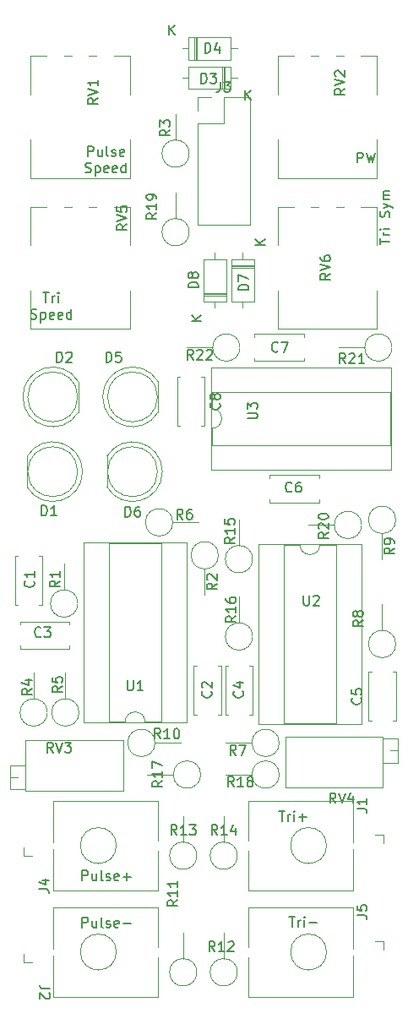
<source format=gbr>
G04 #@! TF.GenerationSoftware,KiCad,Pcbnew,(5.1.0)-1*
G04 #@! TF.CreationDate,2019-04-24T00:35:03-04:00*
G04 #@! TF.ProjectId,lfo,6c666f2e-6b69-4636-9164-5f7063625858,rev?*
G04 #@! TF.SameCoordinates,Original*
G04 #@! TF.FileFunction,Legend,Top*
G04 #@! TF.FilePolarity,Positive*
%FSLAX46Y46*%
G04 Gerber Fmt 4.6, Leading zero omitted, Abs format (unit mm)*
G04 Created by KiCad (PCBNEW (5.1.0)-1) date 2019-04-24 00:35:03*
%MOMM*%
%LPD*%
G04 APERTURE LIST*
%ADD10C,0.150000*%
%ADD11C,0.120000*%
G04 APERTURE END LIST*
D10*
X210867928Y-128341380D02*
X210867928Y-127341380D01*
X211248880Y-127341380D01*
X211344119Y-127389000D01*
X211391738Y-127436619D01*
X211439357Y-127531857D01*
X211439357Y-127674714D01*
X211391738Y-127769952D01*
X211344119Y-127817571D01*
X211248880Y-127865190D01*
X210867928Y-127865190D01*
X212296500Y-127674714D02*
X212296500Y-128341380D01*
X211867928Y-127674714D02*
X211867928Y-128198523D01*
X211915547Y-128293761D01*
X212010785Y-128341380D01*
X212153642Y-128341380D01*
X212248880Y-128293761D01*
X212296500Y-128246142D01*
X212915547Y-128341380D02*
X212820309Y-128293761D01*
X212772690Y-128198523D01*
X212772690Y-127341380D01*
X213248880Y-128293761D02*
X213344119Y-128341380D01*
X213534595Y-128341380D01*
X213629833Y-128293761D01*
X213677452Y-128198523D01*
X213677452Y-128150904D01*
X213629833Y-128055666D01*
X213534595Y-128008047D01*
X213391738Y-128008047D01*
X213296500Y-127960428D01*
X213248880Y-127865190D01*
X213248880Y-127817571D01*
X213296500Y-127722333D01*
X213391738Y-127674714D01*
X213534595Y-127674714D01*
X213629833Y-127722333D01*
X214486976Y-128293761D02*
X214391738Y-128341380D01*
X214201261Y-128341380D01*
X214106023Y-128293761D01*
X214058404Y-128198523D01*
X214058404Y-127817571D01*
X214106023Y-127722333D01*
X214201261Y-127674714D01*
X214391738Y-127674714D01*
X214486976Y-127722333D01*
X214534595Y-127817571D01*
X214534595Y-127912809D01*
X214058404Y-128008047D01*
X214963166Y-127960428D02*
X215725071Y-127960428D01*
X210867928Y-123642380D02*
X210867928Y-122642380D01*
X211248880Y-122642380D01*
X211344119Y-122690000D01*
X211391738Y-122737619D01*
X211439357Y-122832857D01*
X211439357Y-122975714D01*
X211391738Y-123070952D01*
X211344119Y-123118571D01*
X211248880Y-123166190D01*
X210867928Y-123166190D01*
X212296500Y-122975714D02*
X212296500Y-123642380D01*
X211867928Y-122975714D02*
X211867928Y-123499523D01*
X211915547Y-123594761D01*
X212010785Y-123642380D01*
X212153642Y-123642380D01*
X212248880Y-123594761D01*
X212296500Y-123547142D01*
X212915547Y-123642380D02*
X212820309Y-123594761D01*
X212772690Y-123499523D01*
X212772690Y-122642380D01*
X213248880Y-123594761D02*
X213344119Y-123642380D01*
X213534595Y-123642380D01*
X213629833Y-123594761D01*
X213677452Y-123499523D01*
X213677452Y-123451904D01*
X213629833Y-123356666D01*
X213534595Y-123309047D01*
X213391738Y-123309047D01*
X213296500Y-123261428D01*
X213248880Y-123166190D01*
X213248880Y-123118571D01*
X213296500Y-123023333D01*
X213391738Y-122975714D01*
X213534595Y-122975714D01*
X213629833Y-123023333D01*
X214486976Y-123594761D02*
X214391738Y-123642380D01*
X214201261Y-123642380D01*
X214106023Y-123594761D01*
X214058404Y-123499523D01*
X214058404Y-123118571D01*
X214106023Y-123023333D01*
X214201261Y-122975714D01*
X214391738Y-122975714D01*
X214486976Y-123023333D01*
X214534595Y-123118571D01*
X214534595Y-123213809D01*
X214058404Y-123309047D01*
X214963166Y-123261428D02*
X215725071Y-123261428D01*
X215344119Y-123642380D02*
X215344119Y-122880476D01*
X231592619Y-127277880D02*
X232164047Y-127277880D01*
X231878333Y-128277880D02*
X231878333Y-127277880D01*
X232497380Y-128277880D02*
X232497380Y-127611214D01*
X232497380Y-127801690D02*
X232545000Y-127706452D01*
X232592619Y-127658833D01*
X232687857Y-127611214D01*
X232783095Y-127611214D01*
X233116428Y-128277880D02*
X233116428Y-127611214D01*
X233116428Y-127277880D02*
X233068809Y-127325500D01*
X233116428Y-127373119D01*
X233164047Y-127325500D01*
X233116428Y-127277880D01*
X233116428Y-127373119D01*
X233592619Y-127896928D02*
X234354523Y-127896928D01*
X230576619Y-116673380D02*
X231148047Y-116673380D01*
X230862333Y-117673380D02*
X230862333Y-116673380D01*
X231481380Y-117673380D02*
X231481380Y-117006714D01*
X231481380Y-117197190D02*
X231529000Y-117101952D01*
X231576619Y-117054333D01*
X231671857Y-117006714D01*
X231767095Y-117006714D01*
X232100428Y-117673380D02*
X232100428Y-117006714D01*
X232100428Y-116673380D02*
X232052809Y-116721000D01*
X232100428Y-116768619D01*
X232148047Y-116721000D01*
X232100428Y-116673380D01*
X232100428Y-116768619D01*
X232576619Y-117292428D02*
X233338523Y-117292428D01*
X232957571Y-117673380D02*
X232957571Y-116911476D01*
X211423476Y-51062380D02*
X211423476Y-50062380D01*
X211804428Y-50062380D01*
X211899666Y-50110000D01*
X211947285Y-50157619D01*
X211994904Y-50252857D01*
X211994904Y-50395714D01*
X211947285Y-50490952D01*
X211899666Y-50538571D01*
X211804428Y-50586190D01*
X211423476Y-50586190D01*
X212852047Y-50395714D02*
X212852047Y-51062380D01*
X212423476Y-50395714D02*
X212423476Y-50919523D01*
X212471095Y-51014761D01*
X212566333Y-51062380D01*
X212709190Y-51062380D01*
X212804428Y-51014761D01*
X212852047Y-50967142D01*
X213471095Y-51062380D02*
X213375857Y-51014761D01*
X213328238Y-50919523D01*
X213328238Y-50062380D01*
X213804428Y-51014761D02*
X213899666Y-51062380D01*
X214090142Y-51062380D01*
X214185380Y-51014761D01*
X214233000Y-50919523D01*
X214233000Y-50871904D01*
X214185380Y-50776666D01*
X214090142Y-50729047D01*
X213947285Y-50729047D01*
X213852047Y-50681428D01*
X213804428Y-50586190D01*
X213804428Y-50538571D01*
X213852047Y-50443333D01*
X213947285Y-50395714D01*
X214090142Y-50395714D01*
X214185380Y-50443333D01*
X215042523Y-51014761D02*
X214947285Y-51062380D01*
X214756809Y-51062380D01*
X214661571Y-51014761D01*
X214613952Y-50919523D01*
X214613952Y-50538571D01*
X214661571Y-50443333D01*
X214756809Y-50395714D01*
X214947285Y-50395714D01*
X215042523Y-50443333D01*
X215090142Y-50538571D01*
X215090142Y-50633809D01*
X214613952Y-50729047D01*
X211185380Y-52664761D02*
X211328238Y-52712380D01*
X211566333Y-52712380D01*
X211661571Y-52664761D01*
X211709190Y-52617142D01*
X211756809Y-52521904D01*
X211756809Y-52426666D01*
X211709190Y-52331428D01*
X211661571Y-52283809D01*
X211566333Y-52236190D01*
X211375857Y-52188571D01*
X211280619Y-52140952D01*
X211233000Y-52093333D01*
X211185380Y-51998095D01*
X211185380Y-51902857D01*
X211233000Y-51807619D01*
X211280619Y-51760000D01*
X211375857Y-51712380D01*
X211613952Y-51712380D01*
X211756809Y-51760000D01*
X212185380Y-52045714D02*
X212185380Y-53045714D01*
X212185380Y-52093333D02*
X212280619Y-52045714D01*
X212471095Y-52045714D01*
X212566333Y-52093333D01*
X212613952Y-52140952D01*
X212661571Y-52236190D01*
X212661571Y-52521904D01*
X212613952Y-52617142D01*
X212566333Y-52664761D01*
X212471095Y-52712380D01*
X212280619Y-52712380D01*
X212185380Y-52664761D01*
X213471095Y-52664761D02*
X213375857Y-52712380D01*
X213185380Y-52712380D01*
X213090142Y-52664761D01*
X213042523Y-52569523D01*
X213042523Y-52188571D01*
X213090142Y-52093333D01*
X213185380Y-52045714D01*
X213375857Y-52045714D01*
X213471095Y-52093333D01*
X213518714Y-52188571D01*
X213518714Y-52283809D01*
X213042523Y-52379047D01*
X214328238Y-52664761D02*
X214233000Y-52712380D01*
X214042523Y-52712380D01*
X213947285Y-52664761D01*
X213899666Y-52569523D01*
X213899666Y-52188571D01*
X213947285Y-52093333D01*
X214042523Y-52045714D01*
X214233000Y-52045714D01*
X214328238Y-52093333D01*
X214375857Y-52188571D01*
X214375857Y-52283809D01*
X213899666Y-52379047D01*
X215233000Y-52712380D02*
X215233000Y-51712380D01*
X215233000Y-52664761D02*
X215137761Y-52712380D01*
X214947285Y-52712380D01*
X214852047Y-52664761D01*
X214804428Y-52617142D01*
X214756809Y-52521904D01*
X214756809Y-52236190D01*
X214804428Y-52140952D01*
X214852047Y-52093333D01*
X214947285Y-52045714D01*
X215137761Y-52045714D01*
X215233000Y-52093333D01*
X206938666Y-64730880D02*
X207510095Y-64730880D01*
X207224380Y-65730880D02*
X207224380Y-64730880D01*
X207843428Y-65730880D02*
X207843428Y-65064214D01*
X207843428Y-65254690D02*
X207891047Y-65159452D01*
X207938666Y-65111833D01*
X208033904Y-65064214D01*
X208129142Y-65064214D01*
X208462476Y-65730880D02*
X208462476Y-65064214D01*
X208462476Y-64730880D02*
X208414857Y-64778500D01*
X208462476Y-64826119D01*
X208510095Y-64778500D01*
X208462476Y-64730880D01*
X208462476Y-64826119D01*
X205724380Y-67333261D02*
X205867238Y-67380880D01*
X206105333Y-67380880D01*
X206200571Y-67333261D01*
X206248190Y-67285642D01*
X206295809Y-67190404D01*
X206295809Y-67095166D01*
X206248190Y-66999928D01*
X206200571Y-66952309D01*
X206105333Y-66904690D01*
X205914857Y-66857071D01*
X205819619Y-66809452D01*
X205772000Y-66761833D01*
X205724380Y-66666595D01*
X205724380Y-66571357D01*
X205772000Y-66476119D01*
X205819619Y-66428500D01*
X205914857Y-66380880D01*
X206152952Y-66380880D01*
X206295809Y-66428500D01*
X206724380Y-66714214D02*
X206724380Y-67714214D01*
X206724380Y-66761833D02*
X206819619Y-66714214D01*
X207010095Y-66714214D01*
X207105333Y-66761833D01*
X207152952Y-66809452D01*
X207200571Y-66904690D01*
X207200571Y-67190404D01*
X207152952Y-67285642D01*
X207105333Y-67333261D01*
X207010095Y-67380880D01*
X206819619Y-67380880D01*
X206724380Y-67333261D01*
X208010095Y-67333261D02*
X207914857Y-67380880D01*
X207724380Y-67380880D01*
X207629142Y-67333261D01*
X207581523Y-67238023D01*
X207581523Y-66857071D01*
X207629142Y-66761833D01*
X207724380Y-66714214D01*
X207914857Y-66714214D01*
X208010095Y-66761833D01*
X208057714Y-66857071D01*
X208057714Y-66952309D01*
X207581523Y-67047547D01*
X208867238Y-67333261D02*
X208772000Y-67380880D01*
X208581523Y-67380880D01*
X208486285Y-67333261D01*
X208438666Y-67238023D01*
X208438666Y-66857071D01*
X208486285Y-66761833D01*
X208581523Y-66714214D01*
X208772000Y-66714214D01*
X208867238Y-66761833D01*
X208914857Y-66857071D01*
X208914857Y-66952309D01*
X208438666Y-67047547D01*
X209772000Y-67380880D02*
X209772000Y-66380880D01*
X209772000Y-67333261D02*
X209676761Y-67380880D01*
X209486285Y-67380880D01*
X209391047Y-67333261D01*
X209343428Y-67285642D01*
X209295809Y-67190404D01*
X209295809Y-66904690D01*
X209343428Y-66809452D01*
X209391047Y-66761833D01*
X209486285Y-66714214D01*
X209676761Y-66714214D01*
X209772000Y-66761833D01*
X238434666Y-51696880D02*
X238434666Y-50696880D01*
X238815619Y-50696880D01*
X238910857Y-50744500D01*
X238958476Y-50792119D01*
X239006095Y-50887357D01*
X239006095Y-51030214D01*
X238958476Y-51125452D01*
X238910857Y-51173071D01*
X238815619Y-51220690D01*
X238434666Y-51220690D01*
X239339428Y-50696880D02*
X239577523Y-51696880D01*
X239768000Y-50982595D01*
X239958476Y-51696880D01*
X240196571Y-50696880D01*
X240688880Y-59888095D02*
X240688880Y-59316666D01*
X241688880Y-59602380D02*
X240688880Y-59602380D01*
X241688880Y-58983333D02*
X241022214Y-58983333D01*
X241212690Y-58983333D02*
X241117452Y-58935714D01*
X241069833Y-58888095D01*
X241022214Y-58792857D01*
X241022214Y-58697619D01*
X241688880Y-58364285D02*
X241022214Y-58364285D01*
X240688880Y-58364285D02*
X240736500Y-58411904D01*
X240784119Y-58364285D01*
X240736500Y-58316666D01*
X240688880Y-58364285D01*
X240784119Y-58364285D01*
X241641261Y-57173809D02*
X241688880Y-57030952D01*
X241688880Y-56792857D01*
X241641261Y-56697619D01*
X241593642Y-56650000D01*
X241498404Y-56602380D01*
X241403166Y-56602380D01*
X241307928Y-56650000D01*
X241260309Y-56697619D01*
X241212690Y-56792857D01*
X241165071Y-56983333D01*
X241117452Y-57078571D01*
X241069833Y-57126190D01*
X240974595Y-57173809D01*
X240879357Y-57173809D01*
X240784119Y-57126190D01*
X240736500Y-57078571D01*
X240688880Y-56983333D01*
X240688880Y-56745238D01*
X240736500Y-56602380D01*
X241022214Y-56269047D02*
X241688880Y-56030952D01*
X241022214Y-55792857D02*
X241688880Y-56030952D01*
X241926976Y-56126190D01*
X241974595Y-56173809D01*
X242022214Y-56269047D01*
X241688880Y-55411904D02*
X241022214Y-55411904D01*
X241117452Y-55411904D02*
X241069833Y-55364285D01*
X241022214Y-55269047D01*
X241022214Y-55126190D01*
X241069833Y-55030952D01*
X241165071Y-54983333D01*
X241688880Y-54983333D01*
X241165071Y-54983333D02*
X241069833Y-54935714D01*
X241022214Y-54840476D01*
X241022214Y-54697619D01*
X241069833Y-54602380D01*
X241165071Y-54554761D01*
X241688880Y-54554761D01*
D11*
X223781000Y-72203000D02*
X223781000Y-82483000D01*
X241801000Y-72203000D02*
X223781000Y-72203000D01*
X241801000Y-82483000D02*
X241801000Y-72203000D01*
X223781000Y-82483000D02*
X241801000Y-82483000D01*
X223841000Y-74693000D02*
X223841000Y-76343000D01*
X241741000Y-74693000D02*
X223841000Y-74693000D01*
X241741000Y-79993000D02*
X241741000Y-74693000D01*
X223841000Y-79993000D02*
X241741000Y-79993000D01*
X223841000Y-78343000D02*
X223841000Y-79993000D01*
X223841000Y-76343000D02*
G75*
G02X223841000Y-78343000I0J-1000000D01*
G01*
X240388000Y-68365000D02*
X230448000Y-68365000D01*
X232048000Y-56125000D02*
X230448000Y-56125000D01*
X234547000Y-56125000D02*
X233788000Y-56125000D01*
X237047000Y-56125000D02*
X236288000Y-56125000D01*
X240388000Y-56125000D02*
X238789000Y-56125000D01*
X230448000Y-64500000D02*
X230448000Y-68365000D01*
X230448000Y-56125000D02*
X230448000Y-59990000D01*
X240388000Y-64500000D02*
X240388000Y-68365000D01*
X240388000Y-56125000D02*
X240388000Y-59990000D01*
X215623000Y-68365000D02*
X205683000Y-68365000D01*
X207283000Y-56125000D02*
X205683000Y-56125000D01*
X209782000Y-56125000D02*
X209023000Y-56125000D01*
X212282000Y-56125000D02*
X211523000Y-56125000D01*
X215623000Y-56125000D02*
X214024000Y-56125000D01*
X205683000Y-64500000D02*
X205683000Y-68365000D01*
X205683000Y-56125000D02*
X205683000Y-59990000D01*
X215623000Y-64500000D02*
X215623000Y-68365000D01*
X215623000Y-56125000D02*
X215623000Y-59990000D01*
X223928000Y-70231000D02*
X221318000Y-70231000D01*
X226668000Y-70231000D02*
G75*
G03X226668000Y-70231000I-1370000J0D01*
G01*
X239168000Y-70231000D02*
X236558000Y-70231000D01*
X241908000Y-70231000D02*
G75*
G03X241908000Y-70231000I-1370000J0D01*
G01*
X236120000Y-88011000D02*
X233510000Y-88011000D01*
X238860000Y-88011000D02*
G75*
G03X238860000Y-88011000I-1370000J0D01*
G01*
X220218000Y-57304000D02*
X220218000Y-54694000D01*
X221588000Y-58674000D02*
G75*
G03X221588000Y-58674000I-1370000J0D01*
G01*
X223035000Y-65020000D02*
X225275000Y-65020000D01*
X223035000Y-64780000D02*
X225275000Y-64780000D01*
X223035000Y-64900000D02*
X225275000Y-64900000D01*
X224155000Y-60730000D02*
X224155000Y-61380000D01*
X224155000Y-66270000D02*
X224155000Y-65620000D01*
X223035000Y-61380000D02*
X223035000Y-65620000D01*
X225275000Y-61380000D02*
X223035000Y-61380000D01*
X225275000Y-65620000D02*
X225275000Y-61380000D01*
X223035000Y-65620000D02*
X225275000Y-65620000D01*
X228069000Y-61980000D02*
X225829000Y-61980000D01*
X228069000Y-62220000D02*
X225829000Y-62220000D01*
X228069000Y-62100000D02*
X225829000Y-62100000D01*
X226949000Y-66270000D02*
X226949000Y-65620000D01*
X226949000Y-60730000D02*
X226949000Y-61380000D01*
X228069000Y-65620000D02*
X228069000Y-61380000D01*
X225829000Y-65620000D02*
X228069000Y-65620000D01*
X225829000Y-61380000D02*
X225829000Y-65620000D01*
X228069000Y-61380000D02*
X225829000Y-61380000D01*
X218460000Y-76729000D02*
X218460000Y-73639000D01*
X218400000Y-75184000D02*
G75*
G03X218400000Y-75184000I-2500000J0D01*
G01*
X212910000Y-75184462D02*
G75*
G02X218460000Y-73639170I2990000J462D01*
G01*
X212910000Y-75183538D02*
G75*
G03X218460000Y-76728830I2990000J-462D01*
G01*
X213340000Y-81132000D02*
X213340000Y-84222000D01*
X218400000Y-82677000D02*
G75*
G03X218400000Y-82677000I-2500000J0D01*
G01*
X218890000Y-82676538D02*
G75*
G02X213340000Y-84221830I-2990000J-462D01*
G01*
X218890000Y-82677462D02*
G75*
G03X213340000Y-81132170I-2990000J462D01*
G01*
X220687000Y-78122000D02*
X220372000Y-78122000D01*
X223112000Y-78122000D02*
X222797000Y-78122000D01*
X220687000Y-73182000D02*
X220372000Y-73182000D01*
X223112000Y-73182000D02*
X222797000Y-73182000D01*
X220372000Y-73182000D02*
X220372000Y-78122000D01*
X223112000Y-73182000D02*
X223112000Y-78122000D01*
X233062000Y-71286000D02*
X233062000Y-71601000D01*
X233062000Y-68861000D02*
X233062000Y-69176000D01*
X228122000Y-71286000D02*
X228122000Y-71601000D01*
X228122000Y-68861000D02*
X228122000Y-69176000D01*
X228122000Y-71601000D02*
X233062000Y-71601000D01*
X228122000Y-68861000D02*
X233062000Y-68861000D01*
X234586000Y-85446500D02*
X234586000Y-85761500D01*
X234586000Y-83021500D02*
X234586000Y-83336500D01*
X229646000Y-85446500D02*
X229646000Y-85761500D01*
X229646000Y-83021500D02*
X229646000Y-83336500D01*
X229646000Y-85761500D02*
X234586000Y-85761500D01*
X229646000Y-83021500D02*
X234586000Y-83021500D01*
X227865000Y-113030000D02*
X225255000Y-113030000D01*
X230605000Y-113030000D02*
G75*
G03X230605000Y-113030000I-1370000J0D01*
G01*
X219991000Y-113030000D02*
X217381000Y-113030000D01*
X222731000Y-113030000D02*
G75*
G03X222731000Y-113030000I-1370000J0D01*
G01*
X226568000Y-97817000D02*
X226568000Y-95207000D01*
X227938000Y-99187000D02*
G75*
G03X227938000Y-99187000I-1370000J0D01*
G01*
X226568000Y-90070000D02*
X226568000Y-87460000D01*
X227938000Y-91440000D02*
G75*
G03X227938000Y-91440000I-1370000J0D01*
G01*
X241030000Y-129750000D02*
X241030000Y-130610000D01*
X241030000Y-129750000D02*
X240230000Y-129750000D01*
X235350000Y-130810000D02*
G75*
G03X235350000Y-130810000I-1800000J0D01*
G01*
X238050000Y-130460000D02*
X238050000Y-126310000D01*
X238050000Y-135310000D02*
X238050000Y-131160000D01*
X227550000Y-130310000D02*
X227550000Y-126310000D01*
X227550000Y-135310000D02*
X227550000Y-131310000D01*
X238050000Y-135310000D02*
X227550000Y-135310000D01*
X238050000Y-126310000D02*
X227550000Y-126310000D01*
X204994000Y-121202000D02*
X204994000Y-120342000D01*
X204994000Y-121202000D02*
X205794000Y-121202000D01*
X214274000Y-120142000D02*
G75*
G03X214274000Y-120142000I-1800000J0D01*
G01*
X207974000Y-120492000D02*
X207974000Y-124642000D01*
X207974000Y-115642000D02*
X207974000Y-119792000D01*
X218474000Y-120642000D02*
X218474000Y-124642000D01*
X218474000Y-115642000D02*
X218474000Y-119642000D01*
X207974000Y-115642000D02*
X218474000Y-115642000D01*
X207974000Y-124642000D02*
X218474000Y-124642000D01*
X242498000Y-110610000D02*
X241739000Y-110610000D01*
X240979000Y-111825000D02*
X240979000Y-109395000D01*
X242498000Y-111825000D02*
X242498000Y-109395000D01*
X242498000Y-109395000D02*
X240979000Y-109395000D01*
X242498000Y-111825000D02*
X240979000Y-111825000D01*
X231208000Y-114290000D02*
X231208000Y-109220000D01*
X240978000Y-114290000D02*
X240978000Y-109220000D01*
X240978000Y-109220000D02*
X231208000Y-109220000D01*
X240978000Y-114290000D02*
X231208000Y-114290000D01*
X203653000Y-113291000D02*
X204412000Y-113291000D01*
X205172000Y-112076000D02*
X205172000Y-114506000D01*
X203653000Y-112076000D02*
X203653000Y-114506000D01*
X203653000Y-114506000D02*
X205172000Y-114506000D01*
X203653000Y-112076000D02*
X205172000Y-112076000D01*
X214943000Y-109611000D02*
X214943000Y-114681000D01*
X205173000Y-109611000D02*
X205173000Y-114681000D01*
X205173000Y-114681000D02*
X214943000Y-114681000D01*
X205173000Y-109611000D02*
X214943000Y-109611000D01*
X238820000Y-89923000D02*
X228540000Y-89923000D01*
X238820000Y-107943000D02*
X238820000Y-89923000D01*
X228540000Y-107943000D02*
X238820000Y-107943000D01*
X228540000Y-89923000D02*
X228540000Y-107943000D01*
X236330000Y-89983000D02*
X234680000Y-89983000D01*
X236330000Y-107883000D02*
X236330000Y-89983000D01*
X231030000Y-107883000D02*
X236330000Y-107883000D01*
X231030000Y-89983000D02*
X231030000Y-107883000D01*
X232680000Y-89983000D02*
X231030000Y-89983000D01*
X234680000Y-89983000D02*
G75*
G02X232680000Y-89983000I-1000000J0D01*
G01*
X211014000Y-107816000D02*
X221294000Y-107816000D01*
X211014000Y-89796000D02*
X211014000Y-107816000D01*
X221294000Y-89796000D02*
X211014000Y-89796000D01*
X221294000Y-107816000D02*
X221294000Y-89796000D01*
X213504000Y-107756000D02*
X215154000Y-107756000D01*
X213504000Y-89856000D02*
X213504000Y-107756000D01*
X218804000Y-89856000D02*
X213504000Y-89856000D01*
X218804000Y-107756000D02*
X218804000Y-89856000D01*
X217154000Y-107756000D02*
X218804000Y-107756000D01*
X215154000Y-107756000D02*
G75*
G02X217154000Y-107756000I1000000J0D01*
G01*
X240388000Y-53252000D02*
X230448000Y-53252000D01*
X232048000Y-41012000D02*
X230448000Y-41012000D01*
X234547000Y-41012000D02*
X233788000Y-41012000D01*
X237047000Y-41012000D02*
X236288000Y-41012000D01*
X240388000Y-41012000D02*
X238789000Y-41012000D01*
X230448000Y-49387000D02*
X230448000Y-53252000D01*
X230448000Y-41012000D02*
X230448000Y-44877000D01*
X240388000Y-49387000D02*
X240388000Y-53252000D01*
X240388000Y-41012000D02*
X240388000Y-44877000D01*
X215623000Y-53252000D02*
X205683000Y-53252000D01*
X207283000Y-41012000D02*
X205683000Y-41012000D01*
X209782000Y-41012000D02*
X209023000Y-41012000D01*
X212282000Y-41012000D02*
X211523000Y-41012000D01*
X215623000Y-41012000D02*
X214024000Y-41012000D01*
X205683000Y-49387000D02*
X205683000Y-53252000D01*
X205683000Y-41012000D02*
X205683000Y-44877000D01*
X215623000Y-49387000D02*
X215623000Y-53252000D01*
X215623000Y-41012000D02*
X215623000Y-44877000D01*
X225044000Y-119788000D02*
X225044000Y-117178000D01*
X226414000Y-121158000D02*
G75*
G03X226414000Y-121158000I-1370000J0D01*
G01*
X220980000Y-119788000D02*
X220980000Y-117178000D01*
X222350000Y-121158000D02*
G75*
G03X222350000Y-121158000I-1370000J0D01*
G01*
X225044000Y-131472000D02*
X225044000Y-128862000D01*
X226414000Y-132842000D02*
G75*
G03X226414000Y-132842000I-1370000J0D01*
G01*
X220980000Y-131472000D02*
X220980000Y-128862000D01*
X222350000Y-132842000D02*
G75*
G03X222350000Y-132842000I-1370000J0D01*
G01*
X218159000Y-109855000D02*
X220769000Y-109855000D01*
X218159000Y-109855000D02*
G75*
G03X218159000Y-109855000I-1370000J0D01*
G01*
X240919000Y-88873000D02*
X240919000Y-91483000D01*
X242289000Y-87503000D02*
G75*
G03X242289000Y-87503000I-1370000J0D01*
G01*
X240919000Y-98579000D02*
X240919000Y-95969000D01*
X242289000Y-99949000D02*
G75*
G03X242289000Y-99949000I-1370000J0D01*
G01*
X227865000Y-109855000D02*
X225255000Y-109855000D01*
X230605000Y-109855000D02*
G75*
G03X230605000Y-109855000I-1370000J0D01*
G01*
X219937000Y-87757000D02*
X222547000Y-87757000D01*
X219937000Y-87757000D02*
G75*
G03X219937000Y-87757000I-1370000J0D01*
G01*
X209169000Y-105437000D02*
X209169000Y-102827000D01*
X210539000Y-106807000D02*
G75*
G03X210539000Y-106807000I-1370000J0D01*
G01*
X205994000Y-105437000D02*
X205994000Y-102827000D01*
X207364000Y-106807000D02*
G75*
G03X207364000Y-106807000I-1370000J0D01*
G01*
X220218000Y-49430000D02*
X220218000Y-46820000D01*
X221588000Y-50800000D02*
G75*
G03X221588000Y-50800000I-1370000J0D01*
G01*
X223139000Y-92429000D02*
X223139000Y-95039000D01*
X224509000Y-91059000D02*
G75*
G03X224509000Y-91059000I-1370000J0D01*
G01*
X209042000Y-94515000D02*
X209042000Y-91905000D01*
X210412000Y-95885000D02*
G75*
G03X210412000Y-95885000I-1370000J0D01*
G01*
X222444000Y-45152000D02*
X223774000Y-45152000D01*
X222444000Y-46482000D02*
X222444000Y-45152000D01*
X225044000Y-45152000D02*
X227644000Y-45152000D01*
X225044000Y-47752000D02*
X225044000Y-45152000D01*
X222444000Y-47752000D02*
X225044000Y-47752000D01*
X227644000Y-45152000D02*
X227644000Y-57972000D01*
X222444000Y-47752000D02*
X222444000Y-57972000D01*
X222444000Y-57972000D02*
X227644000Y-57972000D01*
X204994000Y-131870000D02*
X204994000Y-131010000D01*
X204994000Y-131870000D02*
X205794000Y-131870000D01*
X214274000Y-130810000D02*
G75*
G03X214274000Y-130810000I-1800000J0D01*
G01*
X207974000Y-131160000D02*
X207974000Y-135310000D01*
X207974000Y-126310000D02*
X207974000Y-130460000D01*
X218474000Y-131310000D02*
X218474000Y-135310000D01*
X218474000Y-126310000D02*
X218474000Y-130310000D01*
X207974000Y-126310000D02*
X218474000Y-126310000D01*
X207974000Y-135310000D02*
X218474000Y-135310000D01*
X241030000Y-119082000D02*
X241030000Y-119942000D01*
X241030000Y-119082000D02*
X240230000Y-119082000D01*
X235350000Y-120142000D02*
G75*
G03X235350000Y-120142000I-1800000J0D01*
G01*
X238050000Y-119792000D02*
X238050000Y-115642000D01*
X238050000Y-124642000D02*
X238050000Y-120492000D01*
X227550000Y-119642000D02*
X227550000Y-115642000D01*
X227550000Y-124642000D02*
X227550000Y-120642000D01*
X238050000Y-124642000D02*
X227550000Y-124642000D01*
X238050000Y-115642000D02*
X227550000Y-115642000D01*
X222127000Y-39139000D02*
X222127000Y-41379000D01*
X222367000Y-39139000D02*
X222367000Y-41379000D01*
X222247000Y-39139000D02*
X222247000Y-41379000D01*
X226417000Y-40259000D02*
X225767000Y-40259000D01*
X220877000Y-40259000D02*
X221527000Y-40259000D01*
X225767000Y-39139000D02*
X221527000Y-39139000D01*
X225767000Y-41379000D02*
X225767000Y-39139000D01*
X221527000Y-41379000D02*
X225767000Y-41379000D01*
X221527000Y-39139000D02*
X221527000Y-41379000D01*
X225167000Y-44300000D02*
X225167000Y-42060000D01*
X224927000Y-44300000D02*
X224927000Y-42060000D01*
X225047000Y-44300000D02*
X225047000Y-42060000D01*
X220877000Y-43180000D02*
X221527000Y-43180000D01*
X226417000Y-43180000D02*
X225767000Y-43180000D01*
X221527000Y-44300000D02*
X225767000Y-44300000D01*
X221527000Y-42060000D02*
X221527000Y-44300000D01*
X225767000Y-42060000D02*
X221527000Y-42060000D01*
X225767000Y-44300000D02*
X225767000Y-42060000D01*
X205339000Y-81132000D02*
X205339000Y-84222000D01*
X210399000Y-82677000D02*
G75*
G03X210399000Y-82677000I-2500000J0D01*
G01*
X210889000Y-82676538D02*
G75*
G02X205339000Y-84221830I-2990000J-462D01*
G01*
X210889000Y-82677462D02*
G75*
G03X205339000Y-81132170I-2990000J462D01*
G01*
X210459000Y-76729000D02*
X210459000Y-73639000D01*
X210399000Y-75184000D02*
G75*
G03X210399000Y-75184000I-2500000J0D01*
G01*
X204909000Y-75184462D02*
G75*
G02X210459000Y-73639170I2990000J462D01*
G01*
X204909000Y-75183538D02*
G75*
G03X210459000Y-76728830I2990000J-462D01*
G01*
X241974000Y-102726000D02*
X242289000Y-102726000D01*
X239549000Y-102726000D02*
X239864000Y-102726000D01*
X241974000Y-107666000D02*
X242289000Y-107666000D01*
X239549000Y-107666000D02*
X239864000Y-107666000D01*
X242289000Y-107666000D02*
X242289000Y-102726000D01*
X239549000Y-107666000D02*
X239549000Y-102726000D01*
X227623000Y-102091000D02*
X227938000Y-102091000D01*
X225198000Y-102091000D02*
X225513000Y-102091000D01*
X227623000Y-107031000D02*
X227938000Y-107031000D01*
X225198000Y-107031000D02*
X225513000Y-107031000D01*
X227938000Y-107031000D02*
X227938000Y-102091000D01*
X225198000Y-107031000D02*
X225198000Y-102091000D01*
X209567000Y-100115000D02*
X209567000Y-100430000D01*
X209567000Y-97690000D02*
X209567000Y-98005000D01*
X204627000Y-100115000D02*
X204627000Y-100430000D01*
X204627000Y-97690000D02*
X204627000Y-98005000D01*
X204627000Y-100430000D02*
X209567000Y-100430000D01*
X204627000Y-97690000D02*
X209567000Y-97690000D01*
X224448000Y-102091000D02*
X224763000Y-102091000D01*
X222023000Y-102091000D02*
X222338000Y-102091000D01*
X224448000Y-107031000D02*
X224763000Y-107031000D01*
X222023000Y-107031000D02*
X222338000Y-107031000D01*
X224763000Y-107031000D02*
X224763000Y-102091000D01*
X222023000Y-107031000D02*
X222023000Y-102091000D01*
X204431000Y-96029000D02*
X204116000Y-96029000D01*
X206856000Y-96029000D02*
X206541000Y-96029000D01*
X204431000Y-91089000D02*
X204116000Y-91089000D01*
X206856000Y-91089000D02*
X206541000Y-91089000D01*
X204116000Y-91089000D02*
X204116000Y-96029000D01*
X206856000Y-91089000D02*
X206856000Y-96029000D01*
D10*
X227417380Y-77342904D02*
X228226904Y-77342904D01*
X228322142Y-77295285D01*
X228369761Y-77247666D01*
X228417380Y-77152428D01*
X228417380Y-76961952D01*
X228369761Y-76866714D01*
X228322142Y-76819095D01*
X228226904Y-76771476D01*
X227417380Y-76771476D01*
X227417380Y-76390523D02*
X227417380Y-75771476D01*
X227798333Y-76104809D01*
X227798333Y-75961952D01*
X227845952Y-75866714D01*
X227893571Y-75819095D01*
X227988809Y-75771476D01*
X228226904Y-75771476D01*
X228322142Y-75819095D01*
X228369761Y-75866714D01*
X228417380Y-75961952D01*
X228417380Y-76247666D01*
X228369761Y-76342904D01*
X228322142Y-76390523D01*
X235719880Y-62825238D02*
X235243690Y-63158571D01*
X235719880Y-63396666D02*
X234719880Y-63396666D01*
X234719880Y-63015714D01*
X234767500Y-62920476D01*
X234815119Y-62872857D01*
X234910357Y-62825238D01*
X235053214Y-62825238D01*
X235148452Y-62872857D01*
X235196071Y-62920476D01*
X235243690Y-63015714D01*
X235243690Y-63396666D01*
X234719880Y-62539523D02*
X235719880Y-62206190D01*
X234719880Y-61872857D01*
X234719880Y-61110952D02*
X234719880Y-61301428D01*
X234767500Y-61396666D01*
X234815119Y-61444285D01*
X234957976Y-61539523D01*
X235148452Y-61587142D01*
X235529404Y-61587142D01*
X235624642Y-61539523D01*
X235672261Y-61491904D01*
X235719880Y-61396666D01*
X235719880Y-61206190D01*
X235672261Y-61110952D01*
X235624642Y-61063333D01*
X235529404Y-61015714D01*
X235291309Y-61015714D01*
X235196071Y-61063333D01*
X235148452Y-61110952D01*
X235100833Y-61206190D01*
X235100833Y-61396666D01*
X235148452Y-61491904D01*
X235196071Y-61539523D01*
X235291309Y-61587142D01*
X215336380Y-57872238D02*
X214860190Y-58205571D01*
X215336380Y-58443666D02*
X214336380Y-58443666D01*
X214336380Y-58062714D01*
X214384000Y-57967476D01*
X214431619Y-57919857D01*
X214526857Y-57872238D01*
X214669714Y-57872238D01*
X214764952Y-57919857D01*
X214812571Y-57967476D01*
X214860190Y-58062714D01*
X214860190Y-58443666D01*
X214336380Y-57586523D02*
X215336380Y-57253190D01*
X214336380Y-56919857D01*
X214336380Y-56110333D02*
X214336380Y-56586523D01*
X214812571Y-56634142D01*
X214764952Y-56586523D01*
X214717333Y-56491285D01*
X214717333Y-56253190D01*
X214764952Y-56157952D01*
X214812571Y-56110333D01*
X214907809Y-56062714D01*
X215145904Y-56062714D01*
X215241142Y-56110333D01*
X215288761Y-56157952D01*
X215336380Y-56253190D01*
X215336380Y-56491285D01*
X215288761Y-56586523D01*
X215241142Y-56634142D01*
X221988142Y-71445380D02*
X221654809Y-70969190D01*
X221416714Y-71445380D02*
X221416714Y-70445380D01*
X221797666Y-70445380D01*
X221892904Y-70493000D01*
X221940523Y-70540619D01*
X221988142Y-70635857D01*
X221988142Y-70778714D01*
X221940523Y-70873952D01*
X221892904Y-70921571D01*
X221797666Y-70969190D01*
X221416714Y-70969190D01*
X222369095Y-70540619D02*
X222416714Y-70493000D01*
X222511952Y-70445380D01*
X222750047Y-70445380D01*
X222845285Y-70493000D01*
X222892904Y-70540619D01*
X222940523Y-70635857D01*
X222940523Y-70731095D01*
X222892904Y-70873952D01*
X222321476Y-71445380D01*
X222940523Y-71445380D01*
X223321476Y-70540619D02*
X223369095Y-70493000D01*
X223464333Y-70445380D01*
X223702428Y-70445380D01*
X223797666Y-70493000D01*
X223845285Y-70540619D01*
X223892904Y-70635857D01*
X223892904Y-70731095D01*
X223845285Y-70873952D01*
X223273857Y-71445380D01*
X223892904Y-71445380D01*
X237228142Y-71826380D02*
X236894809Y-71350190D01*
X236656714Y-71826380D02*
X236656714Y-70826380D01*
X237037666Y-70826380D01*
X237132904Y-70874000D01*
X237180523Y-70921619D01*
X237228142Y-71016857D01*
X237228142Y-71159714D01*
X237180523Y-71254952D01*
X237132904Y-71302571D01*
X237037666Y-71350190D01*
X236656714Y-71350190D01*
X237609095Y-70921619D02*
X237656714Y-70874000D01*
X237751952Y-70826380D01*
X237990047Y-70826380D01*
X238085285Y-70874000D01*
X238132904Y-70921619D01*
X238180523Y-71016857D01*
X238180523Y-71112095D01*
X238132904Y-71254952D01*
X237561476Y-71826380D01*
X238180523Y-71826380D01*
X239132904Y-71826380D02*
X238561476Y-71826380D01*
X238847190Y-71826380D02*
X238847190Y-70826380D01*
X238751952Y-70969238D01*
X238656714Y-71064476D01*
X238561476Y-71112095D01*
X235529380Y-88780857D02*
X235053190Y-89114190D01*
X235529380Y-89352285D02*
X234529380Y-89352285D01*
X234529380Y-88971333D01*
X234577000Y-88876095D01*
X234624619Y-88828476D01*
X234719857Y-88780857D01*
X234862714Y-88780857D01*
X234957952Y-88828476D01*
X235005571Y-88876095D01*
X235053190Y-88971333D01*
X235053190Y-89352285D01*
X234624619Y-88399904D02*
X234577000Y-88352285D01*
X234529380Y-88257047D01*
X234529380Y-88018952D01*
X234577000Y-87923714D01*
X234624619Y-87876095D01*
X234719857Y-87828476D01*
X234815095Y-87828476D01*
X234957952Y-87876095D01*
X235529380Y-88447523D01*
X235529380Y-87828476D01*
X234529380Y-87209428D02*
X234529380Y-87114190D01*
X234577000Y-87018952D01*
X234624619Y-86971333D01*
X234719857Y-86923714D01*
X234910333Y-86876095D01*
X235148428Y-86876095D01*
X235338904Y-86923714D01*
X235434142Y-86971333D01*
X235481761Y-87018952D01*
X235529380Y-87114190D01*
X235529380Y-87209428D01*
X235481761Y-87304666D01*
X235434142Y-87352285D01*
X235338904Y-87399904D01*
X235148428Y-87447523D01*
X234910333Y-87447523D01*
X234719857Y-87399904D01*
X234624619Y-87352285D01*
X234577000Y-87304666D01*
X234529380Y-87209428D01*
X218300380Y-56776857D02*
X217824190Y-57110190D01*
X218300380Y-57348285D02*
X217300380Y-57348285D01*
X217300380Y-56967333D01*
X217348000Y-56872095D01*
X217395619Y-56824476D01*
X217490857Y-56776857D01*
X217633714Y-56776857D01*
X217728952Y-56824476D01*
X217776571Y-56872095D01*
X217824190Y-56967333D01*
X217824190Y-57348285D01*
X218300380Y-55824476D02*
X218300380Y-56395904D01*
X218300380Y-56110190D02*
X217300380Y-56110190D01*
X217443238Y-56205428D01*
X217538476Y-56300666D01*
X217586095Y-56395904D01*
X218300380Y-55348285D02*
X218300380Y-55157809D01*
X218252761Y-55062571D01*
X218205142Y-55014952D01*
X218062285Y-54919714D01*
X217871809Y-54872095D01*
X217490857Y-54872095D01*
X217395619Y-54919714D01*
X217348000Y-54967333D01*
X217300380Y-55062571D01*
X217300380Y-55253047D01*
X217348000Y-55348285D01*
X217395619Y-55395904D01*
X217490857Y-55443523D01*
X217728952Y-55443523D01*
X217824190Y-55395904D01*
X217871809Y-55348285D01*
X217919428Y-55253047D01*
X217919428Y-55062571D01*
X217871809Y-54967333D01*
X217824190Y-54919714D01*
X217728952Y-54872095D01*
X222487380Y-64238095D02*
X221487380Y-64238095D01*
X221487380Y-64000000D01*
X221535000Y-63857142D01*
X221630238Y-63761904D01*
X221725476Y-63714285D01*
X221915952Y-63666666D01*
X222058809Y-63666666D01*
X222249285Y-63714285D01*
X222344523Y-63761904D01*
X222439761Y-63857142D01*
X222487380Y-64000000D01*
X222487380Y-64238095D01*
X221915952Y-63095238D02*
X221868333Y-63190476D01*
X221820714Y-63238095D01*
X221725476Y-63285714D01*
X221677857Y-63285714D01*
X221582619Y-63238095D01*
X221535000Y-63190476D01*
X221487380Y-63095238D01*
X221487380Y-62904761D01*
X221535000Y-62809523D01*
X221582619Y-62761904D01*
X221677857Y-62714285D01*
X221725476Y-62714285D01*
X221820714Y-62761904D01*
X221868333Y-62809523D01*
X221915952Y-62904761D01*
X221915952Y-63095238D01*
X221963571Y-63190476D01*
X222011190Y-63238095D01*
X222106428Y-63285714D01*
X222296904Y-63285714D01*
X222392142Y-63238095D01*
X222439761Y-63190476D01*
X222487380Y-63095238D01*
X222487380Y-62904761D01*
X222439761Y-62809523D01*
X222392142Y-62761904D01*
X222296904Y-62714285D01*
X222106428Y-62714285D01*
X222011190Y-62761904D01*
X221963571Y-62809523D01*
X221915952Y-62904761D01*
X222807380Y-67571904D02*
X221807380Y-67571904D01*
X222807380Y-67000476D02*
X222235952Y-67429047D01*
X221807380Y-67000476D02*
X222378809Y-67571904D01*
X227528380Y-64492095D02*
X226528380Y-64492095D01*
X226528380Y-64254000D01*
X226576000Y-64111142D01*
X226671238Y-64015904D01*
X226766476Y-63968285D01*
X226956952Y-63920666D01*
X227099809Y-63920666D01*
X227290285Y-63968285D01*
X227385523Y-64015904D01*
X227480761Y-64111142D01*
X227528380Y-64254000D01*
X227528380Y-64492095D01*
X226528380Y-63587333D02*
X226528380Y-62920666D01*
X227528380Y-63349238D01*
X229201380Y-59951904D02*
X228201380Y-59951904D01*
X229201380Y-59380476D02*
X228629952Y-59809047D01*
X228201380Y-59380476D02*
X228772809Y-59951904D01*
X215161904Y-87193380D02*
X215161904Y-86193380D01*
X215400000Y-86193380D01*
X215542857Y-86241000D01*
X215638095Y-86336238D01*
X215685714Y-86431476D01*
X215733333Y-86621952D01*
X215733333Y-86764809D01*
X215685714Y-86955285D01*
X215638095Y-87050523D01*
X215542857Y-87145761D01*
X215400000Y-87193380D01*
X215161904Y-87193380D01*
X216590476Y-86193380D02*
X216400000Y-86193380D01*
X216304761Y-86241000D01*
X216257142Y-86288619D01*
X216161904Y-86431476D01*
X216114285Y-86621952D01*
X216114285Y-87002904D01*
X216161904Y-87098142D01*
X216209523Y-87145761D01*
X216304761Y-87193380D01*
X216495238Y-87193380D01*
X216590476Y-87145761D01*
X216638095Y-87098142D01*
X216685714Y-87002904D01*
X216685714Y-86764809D01*
X216638095Y-86669571D01*
X216590476Y-86621952D01*
X216495238Y-86574333D01*
X216304761Y-86574333D01*
X216209523Y-86621952D01*
X216161904Y-86669571D01*
X216114285Y-86764809D01*
X213256904Y-71699380D02*
X213256904Y-70699380D01*
X213495000Y-70699380D01*
X213637857Y-70747000D01*
X213733095Y-70842238D01*
X213780714Y-70937476D01*
X213828333Y-71127952D01*
X213828333Y-71270809D01*
X213780714Y-71461285D01*
X213733095Y-71556523D01*
X213637857Y-71651761D01*
X213495000Y-71699380D01*
X213256904Y-71699380D01*
X214733095Y-70699380D02*
X214256904Y-70699380D01*
X214209285Y-71175571D01*
X214256904Y-71127952D01*
X214352142Y-71080333D01*
X214590238Y-71080333D01*
X214685476Y-71127952D01*
X214733095Y-71175571D01*
X214780714Y-71270809D01*
X214780714Y-71508904D01*
X214733095Y-71604142D01*
X214685476Y-71651761D01*
X214590238Y-71699380D01*
X214352142Y-71699380D01*
X214256904Y-71651761D01*
X214209285Y-71604142D01*
X224599142Y-75818666D02*
X224646761Y-75866285D01*
X224694380Y-76009142D01*
X224694380Y-76104380D01*
X224646761Y-76247238D01*
X224551523Y-76342476D01*
X224456285Y-76390095D01*
X224265809Y-76437714D01*
X224122952Y-76437714D01*
X223932476Y-76390095D01*
X223837238Y-76342476D01*
X223742000Y-76247238D01*
X223694380Y-76104380D01*
X223694380Y-76009142D01*
X223742000Y-75866285D01*
X223789619Y-75818666D01*
X224122952Y-75247238D02*
X224075333Y-75342476D01*
X224027714Y-75390095D01*
X223932476Y-75437714D01*
X223884857Y-75437714D01*
X223789619Y-75390095D01*
X223742000Y-75342476D01*
X223694380Y-75247238D01*
X223694380Y-75056761D01*
X223742000Y-74961523D01*
X223789619Y-74913904D01*
X223884857Y-74866285D01*
X223932476Y-74866285D01*
X224027714Y-74913904D01*
X224075333Y-74961523D01*
X224122952Y-75056761D01*
X224122952Y-75247238D01*
X224170571Y-75342476D01*
X224218190Y-75390095D01*
X224313428Y-75437714D01*
X224503904Y-75437714D01*
X224599142Y-75390095D01*
X224646761Y-75342476D01*
X224694380Y-75247238D01*
X224694380Y-75056761D01*
X224646761Y-74961523D01*
X224599142Y-74913904D01*
X224503904Y-74866285D01*
X224313428Y-74866285D01*
X224218190Y-74913904D01*
X224170571Y-74961523D01*
X224122952Y-75056761D01*
X230465333Y-70588142D02*
X230417714Y-70635761D01*
X230274857Y-70683380D01*
X230179619Y-70683380D01*
X230036761Y-70635761D01*
X229941523Y-70540523D01*
X229893904Y-70445285D01*
X229846285Y-70254809D01*
X229846285Y-70111952D01*
X229893904Y-69921476D01*
X229941523Y-69826238D01*
X230036761Y-69731000D01*
X230179619Y-69683380D01*
X230274857Y-69683380D01*
X230417714Y-69731000D01*
X230465333Y-69778619D01*
X230798666Y-69683380D02*
X231465333Y-69683380D01*
X231036761Y-70683380D01*
X231862333Y-84621642D02*
X231814714Y-84669261D01*
X231671857Y-84716880D01*
X231576619Y-84716880D01*
X231433761Y-84669261D01*
X231338523Y-84574023D01*
X231290904Y-84478785D01*
X231243285Y-84288309D01*
X231243285Y-84145452D01*
X231290904Y-83954976D01*
X231338523Y-83859738D01*
X231433761Y-83764500D01*
X231576619Y-83716880D01*
X231671857Y-83716880D01*
X231814714Y-83764500D01*
X231862333Y-83812119D01*
X232719476Y-83716880D02*
X232529000Y-83716880D01*
X232433761Y-83764500D01*
X232386142Y-83812119D01*
X232290904Y-83954976D01*
X232243285Y-84145452D01*
X232243285Y-84526404D01*
X232290904Y-84621642D01*
X232338523Y-84669261D01*
X232433761Y-84716880D01*
X232624238Y-84716880D01*
X232719476Y-84669261D01*
X232767095Y-84621642D01*
X232814714Y-84526404D01*
X232814714Y-84288309D01*
X232767095Y-84193071D01*
X232719476Y-84145452D01*
X232624238Y-84097833D01*
X232433761Y-84097833D01*
X232338523Y-84145452D01*
X232290904Y-84193071D01*
X232243285Y-84288309D01*
X226052142Y-114244380D02*
X225718809Y-113768190D01*
X225480714Y-114244380D02*
X225480714Y-113244380D01*
X225861666Y-113244380D01*
X225956904Y-113292000D01*
X226004523Y-113339619D01*
X226052142Y-113434857D01*
X226052142Y-113577714D01*
X226004523Y-113672952D01*
X225956904Y-113720571D01*
X225861666Y-113768190D01*
X225480714Y-113768190D01*
X227004523Y-114244380D02*
X226433095Y-114244380D01*
X226718809Y-114244380D02*
X226718809Y-113244380D01*
X226623571Y-113387238D01*
X226528333Y-113482476D01*
X226433095Y-113530095D01*
X227575952Y-113672952D02*
X227480714Y-113625333D01*
X227433095Y-113577714D01*
X227385476Y-113482476D01*
X227385476Y-113434857D01*
X227433095Y-113339619D01*
X227480714Y-113292000D01*
X227575952Y-113244380D01*
X227766428Y-113244380D01*
X227861666Y-113292000D01*
X227909285Y-113339619D01*
X227956904Y-113434857D01*
X227956904Y-113482476D01*
X227909285Y-113577714D01*
X227861666Y-113625333D01*
X227766428Y-113672952D01*
X227575952Y-113672952D01*
X227480714Y-113720571D01*
X227433095Y-113768190D01*
X227385476Y-113863428D01*
X227385476Y-114053904D01*
X227433095Y-114149142D01*
X227480714Y-114196761D01*
X227575952Y-114244380D01*
X227766428Y-114244380D01*
X227861666Y-114196761D01*
X227909285Y-114149142D01*
X227956904Y-114053904D01*
X227956904Y-113863428D01*
X227909285Y-113768190D01*
X227861666Y-113720571D01*
X227766428Y-113672952D01*
X218892380Y-113672857D02*
X218416190Y-114006190D01*
X218892380Y-114244285D02*
X217892380Y-114244285D01*
X217892380Y-113863333D01*
X217940000Y-113768095D01*
X217987619Y-113720476D01*
X218082857Y-113672857D01*
X218225714Y-113672857D01*
X218320952Y-113720476D01*
X218368571Y-113768095D01*
X218416190Y-113863333D01*
X218416190Y-114244285D01*
X218892380Y-112720476D02*
X218892380Y-113291904D01*
X218892380Y-113006190D02*
X217892380Y-113006190D01*
X218035238Y-113101428D01*
X218130476Y-113196666D01*
X218178095Y-113291904D01*
X217892380Y-112387142D02*
X217892380Y-111720476D01*
X218892380Y-112149047D01*
X226258380Y-97162857D02*
X225782190Y-97496190D01*
X226258380Y-97734285D02*
X225258380Y-97734285D01*
X225258380Y-97353333D01*
X225306000Y-97258095D01*
X225353619Y-97210476D01*
X225448857Y-97162857D01*
X225591714Y-97162857D01*
X225686952Y-97210476D01*
X225734571Y-97258095D01*
X225782190Y-97353333D01*
X225782190Y-97734285D01*
X226258380Y-96210476D02*
X226258380Y-96781904D01*
X226258380Y-96496190D02*
X225258380Y-96496190D01*
X225401238Y-96591428D01*
X225496476Y-96686666D01*
X225544095Y-96781904D01*
X225258380Y-95353333D02*
X225258380Y-95543809D01*
X225306000Y-95639047D01*
X225353619Y-95686666D01*
X225496476Y-95781904D01*
X225686952Y-95829523D01*
X226067904Y-95829523D01*
X226163142Y-95781904D01*
X226210761Y-95734285D01*
X226258380Y-95639047D01*
X226258380Y-95448571D01*
X226210761Y-95353333D01*
X226163142Y-95305714D01*
X226067904Y-95258095D01*
X225829809Y-95258095D01*
X225734571Y-95305714D01*
X225686952Y-95353333D01*
X225639333Y-95448571D01*
X225639333Y-95639047D01*
X225686952Y-95734285D01*
X225734571Y-95781904D01*
X225829809Y-95829523D01*
X226131380Y-89288857D02*
X225655190Y-89622190D01*
X226131380Y-89860285D02*
X225131380Y-89860285D01*
X225131380Y-89479333D01*
X225179000Y-89384095D01*
X225226619Y-89336476D01*
X225321857Y-89288857D01*
X225464714Y-89288857D01*
X225559952Y-89336476D01*
X225607571Y-89384095D01*
X225655190Y-89479333D01*
X225655190Y-89860285D01*
X226131380Y-88336476D02*
X226131380Y-88907904D01*
X226131380Y-88622190D02*
X225131380Y-88622190D01*
X225274238Y-88717428D01*
X225369476Y-88812666D01*
X225417095Y-88907904D01*
X225131380Y-87431714D02*
X225131380Y-87907904D01*
X225607571Y-87955523D01*
X225559952Y-87907904D01*
X225512333Y-87812666D01*
X225512333Y-87574571D01*
X225559952Y-87479333D01*
X225607571Y-87431714D01*
X225702809Y-87384095D01*
X225940904Y-87384095D01*
X226036142Y-87431714D01*
X226083761Y-87479333D01*
X226131380Y-87574571D01*
X226131380Y-87812666D01*
X226083761Y-87907904D01*
X226036142Y-87955523D01*
X238402380Y-127113333D02*
X239116666Y-127113333D01*
X239259523Y-127160952D01*
X239354761Y-127256190D01*
X239402380Y-127399047D01*
X239402380Y-127494285D01*
X238402380Y-126160952D02*
X238402380Y-126637142D01*
X238878571Y-126684761D01*
X238830952Y-126637142D01*
X238783333Y-126541904D01*
X238783333Y-126303809D01*
X238830952Y-126208571D01*
X238878571Y-126160952D01*
X238973809Y-126113333D01*
X239211904Y-126113333D01*
X239307142Y-126160952D01*
X239354761Y-126208571D01*
X239402380Y-126303809D01*
X239402380Y-126541904D01*
X239354761Y-126637142D01*
X239307142Y-126684761D01*
X206526380Y-124505333D02*
X207240666Y-124505333D01*
X207383523Y-124552952D01*
X207478761Y-124648190D01*
X207526380Y-124791047D01*
X207526380Y-124886285D01*
X206859714Y-123600571D02*
X207526380Y-123600571D01*
X206478761Y-123838666D02*
X207193047Y-124076761D01*
X207193047Y-123457714D01*
X236257761Y-115872380D02*
X235924428Y-115396190D01*
X235686333Y-115872380D02*
X235686333Y-114872380D01*
X236067285Y-114872380D01*
X236162523Y-114920000D01*
X236210142Y-114967619D01*
X236257761Y-115062857D01*
X236257761Y-115205714D01*
X236210142Y-115300952D01*
X236162523Y-115348571D01*
X236067285Y-115396190D01*
X235686333Y-115396190D01*
X236543476Y-114872380D02*
X236876809Y-115872380D01*
X237210142Y-114872380D01*
X237972047Y-115205714D02*
X237972047Y-115872380D01*
X237733952Y-114824761D02*
X237495857Y-115539047D01*
X238114904Y-115539047D01*
X207938761Y-110815380D02*
X207605428Y-110339190D01*
X207367333Y-110815380D02*
X207367333Y-109815380D01*
X207748285Y-109815380D01*
X207843523Y-109863000D01*
X207891142Y-109910619D01*
X207938761Y-110005857D01*
X207938761Y-110148714D01*
X207891142Y-110243952D01*
X207843523Y-110291571D01*
X207748285Y-110339190D01*
X207367333Y-110339190D01*
X208224476Y-109815380D02*
X208557809Y-110815380D01*
X208891142Y-109815380D01*
X209129238Y-109815380D02*
X209748285Y-109815380D01*
X209414952Y-110196333D01*
X209557809Y-110196333D01*
X209653047Y-110243952D01*
X209700666Y-110291571D01*
X209748285Y-110386809D01*
X209748285Y-110624904D01*
X209700666Y-110720142D01*
X209653047Y-110767761D01*
X209557809Y-110815380D01*
X209272095Y-110815380D01*
X209176857Y-110767761D01*
X209129238Y-110720142D01*
X233045095Y-95083380D02*
X233045095Y-95892904D01*
X233092714Y-95988142D01*
X233140333Y-96035761D01*
X233235571Y-96083380D01*
X233426047Y-96083380D01*
X233521285Y-96035761D01*
X233568904Y-95988142D01*
X233616523Y-95892904D01*
X233616523Y-95083380D01*
X234045095Y-95178619D02*
X234092714Y-95131000D01*
X234187952Y-95083380D01*
X234426047Y-95083380D01*
X234521285Y-95131000D01*
X234568904Y-95178619D01*
X234616523Y-95273857D01*
X234616523Y-95369095D01*
X234568904Y-95511952D01*
X233997476Y-96083380D01*
X234616523Y-96083380D01*
X215392095Y-103592380D02*
X215392095Y-104401904D01*
X215439714Y-104497142D01*
X215487333Y-104544761D01*
X215582571Y-104592380D01*
X215773047Y-104592380D01*
X215868285Y-104544761D01*
X215915904Y-104497142D01*
X215963523Y-104401904D01*
X215963523Y-103592380D01*
X216963523Y-104592380D02*
X216392095Y-104592380D01*
X216677809Y-104592380D02*
X216677809Y-103592380D01*
X216582571Y-103735238D01*
X216487333Y-103830476D01*
X216392095Y-103878095D01*
X237180380Y-44283238D02*
X236704190Y-44616571D01*
X237180380Y-44854666D02*
X236180380Y-44854666D01*
X236180380Y-44473714D01*
X236228000Y-44378476D01*
X236275619Y-44330857D01*
X236370857Y-44283238D01*
X236513714Y-44283238D01*
X236608952Y-44330857D01*
X236656571Y-44378476D01*
X236704190Y-44473714D01*
X236704190Y-44854666D01*
X236180380Y-43997523D02*
X237180380Y-43664190D01*
X236180380Y-43330857D01*
X236275619Y-43045142D02*
X236228000Y-42997523D01*
X236180380Y-42902285D01*
X236180380Y-42664190D01*
X236228000Y-42568952D01*
X236275619Y-42521333D01*
X236370857Y-42473714D01*
X236466095Y-42473714D01*
X236608952Y-42521333D01*
X237180380Y-43092761D01*
X237180380Y-42473714D01*
X212415380Y-45235738D02*
X211939190Y-45569071D01*
X212415380Y-45807166D02*
X211415380Y-45807166D01*
X211415380Y-45426214D01*
X211463000Y-45330976D01*
X211510619Y-45283357D01*
X211605857Y-45235738D01*
X211748714Y-45235738D01*
X211843952Y-45283357D01*
X211891571Y-45330976D01*
X211939190Y-45426214D01*
X211939190Y-45807166D01*
X211415380Y-44950023D02*
X212415380Y-44616690D01*
X211415380Y-44283357D01*
X212415380Y-43426214D02*
X212415380Y-43997642D01*
X212415380Y-43711928D02*
X211415380Y-43711928D01*
X211558238Y-43807166D01*
X211653476Y-43902404D01*
X211701095Y-43997642D01*
X224401142Y-119070380D02*
X224067809Y-118594190D01*
X223829714Y-119070380D02*
X223829714Y-118070380D01*
X224210666Y-118070380D01*
X224305904Y-118118000D01*
X224353523Y-118165619D01*
X224401142Y-118260857D01*
X224401142Y-118403714D01*
X224353523Y-118498952D01*
X224305904Y-118546571D01*
X224210666Y-118594190D01*
X223829714Y-118594190D01*
X225353523Y-119070380D02*
X224782095Y-119070380D01*
X225067809Y-119070380D02*
X225067809Y-118070380D01*
X224972571Y-118213238D01*
X224877333Y-118308476D01*
X224782095Y-118356095D01*
X226210666Y-118403714D02*
X226210666Y-119070380D01*
X225972571Y-118022761D02*
X225734476Y-118737047D01*
X226353523Y-118737047D01*
X220337142Y-119070380D02*
X220003809Y-118594190D01*
X219765714Y-119070380D02*
X219765714Y-118070380D01*
X220146666Y-118070380D01*
X220241904Y-118118000D01*
X220289523Y-118165619D01*
X220337142Y-118260857D01*
X220337142Y-118403714D01*
X220289523Y-118498952D01*
X220241904Y-118546571D01*
X220146666Y-118594190D01*
X219765714Y-118594190D01*
X221289523Y-119070380D02*
X220718095Y-119070380D01*
X221003809Y-119070380D02*
X221003809Y-118070380D01*
X220908571Y-118213238D01*
X220813333Y-118308476D01*
X220718095Y-118356095D01*
X221622857Y-118070380D02*
X222241904Y-118070380D01*
X221908571Y-118451333D01*
X222051428Y-118451333D01*
X222146666Y-118498952D01*
X222194285Y-118546571D01*
X222241904Y-118641809D01*
X222241904Y-118879904D01*
X222194285Y-118975142D01*
X222146666Y-119022761D01*
X222051428Y-119070380D01*
X221765714Y-119070380D01*
X221670476Y-119022761D01*
X221622857Y-118975142D01*
X224147142Y-130754380D02*
X223813809Y-130278190D01*
X223575714Y-130754380D02*
X223575714Y-129754380D01*
X223956666Y-129754380D01*
X224051904Y-129802000D01*
X224099523Y-129849619D01*
X224147142Y-129944857D01*
X224147142Y-130087714D01*
X224099523Y-130182952D01*
X224051904Y-130230571D01*
X223956666Y-130278190D01*
X223575714Y-130278190D01*
X225099523Y-130754380D02*
X224528095Y-130754380D01*
X224813809Y-130754380D02*
X224813809Y-129754380D01*
X224718571Y-129897238D01*
X224623333Y-129992476D01*
X224528095Y-130040095D01*
X225480476Y-129849619D02*
X225528095Y-129802000D01*
X225623333Y-129754380D01*
X225861428Y-129754380D01*
X225956666Y-129802000D01*
X226004285Y-129849619D01*
X226051904Y-129944857D01*
X226051904Y-130040095D01*
X226004285Y-130182952D01*
X225432857Y-130754380D01*
X226051904Y-130754380D01*
X220416380Y-125610857D02*
X219940190Y-125944190D01*
X220416380Y-126182285D02*
X219416380Y-126182285D01*
X219416380Y-125801333D01*
X219464000Y-125706095D01*
X219511619Y-125658476D01*
X219606857Y-125610857D01*
X219749714Y-125610857D01*
X219844952Y-125658476D01*
X219892571Y-125706095D01*
X219940190Y-125801333D01*
X219940190Y-126182285D01*
X220416380Y-124658476D02*
X220416380Y-125229904D01*
X220416380Y-124944190D02*
X219416380Y-124944190D01*
X219559238Y-125039428D01*
X219654476Y-125134666D01*
X219702095Y-125229904D01*
X220416380Y-123706095D02*
X220416380Y-124277523D01*
X220416380Y-123991809D02*
X219416380Y-123991809D01*
X219559238Y-124087047D01*
X219654476Y-124182285D01*
X219702095Y-124277523D01*
X218686142Y-109418380D02*
X218352809Y-108942190D01*
X218114714Y-109418380D02*
X218114714Y-108418380D01*
X218495666Y-108418380D01*
X218590904Y-108466000D01*
X218638523Y-108513619D01*
X218686142Y-108608857D01*
X218686142Y-108751714D01*
X218638523Y-108846952D01*
X218590904Y-108894571D01*
X218495666Y-108942190D01*
X218114714Y-108942190D01*
X219638523Y-109418380D02*
X219067095Y-109418380D01*
X219352809Y-109418380D02*
X219352809Y-108418380D01*
X219257571Y-108561238D01*
X219162333Y-108656476D01*
X219067095Y-108704095D01*
X220257571Y-108418380D02*
X220352809Y-108418380D01*
X220448047Y-108466000D01*
X220495666Y-108513619D01*
X220543285Y-108608857D01*
X220590904Y-108799333D01*
X220590904Y-109037428D01*
X220543285Y-109227904D01*
X220495666Y-109323142D01*
X220448047Y-109370761D01*
X220352809Y-109418380D01*
X220257571Y-109418380D01*
X220162333Y-109370761D01*
X220114714Y-109323142D01*
X220067095Y-109227904D01*
X220019476Y-109037428D01*
X220019476Y-108799333D01*
X220067095Y-108608857D01*
X220114714Y-108513619D01*
X220162333Y-108466000D01*
X220257571Y-108418380D01*
X242133380Y-90336666D02*
X241657190Y-90670000D01*
X242133380Y-90908095D02*
X241133380Y-90908095D01*
X241133380Y-90527142D01*
X241181000Y-90431904D01*
X241228619Y-90384285D01*
X241323857Y-90336666D01*
X241466714Y-90336666D01*
X241561952Y-90384285D01*
X241609571Y-90431904D01*
X241657190Y-90527142D01*
X241657190Y-90908095D01*
X242133380Y-89860476D02*
X242133380Y-89670000D01*
X242085761Y-89574761D01*
X242038142Y-89527142D01*
X241895285Y-89431904D01*
X241704809Y-89384285D01*
X241323857Y-89384285D01*
X241228619Y-89431904D01*
X241181000Y-89479523D01*
X241133380Y-89574761D01*
X241133380Y-89765238D01*
X241181000Y-89860476D01*
X241228619Y-89908095D01*
X241323857Y-89955714D01*
X241561952Y-89955714D01*
X241657190Y-89908095D01*
X241704809Y-89860476D01*
X241752428Y-89765238D01*
X241752428Y-89574761D01*
X241704809Y-89479523D01*
X241657190Y-89431904D01*
X241561952Y-89384285D01*
X239001380Y-97575666D02*
X238525190Y-97909000D01*
X239001380Y-98147095D02*
X238001380Y-98147095D01*
X238001380Y-97766142D01*
X238049000Y-97670904D01*
X238096619Y-97623285D01*
X238191857Y-97575666D01*
X238334714Y-97575666D01*
X238429952Y-97623285D01*
X238477571Y-97670904D01*
X238525190Y-97766142D01*
X238525190Y-98147095D01*
X238429952Y-97004238D02*
X238382333Y-97099476D01*
X238334714Y-97147095D01*
X238239476Y-97194714D01*
X238191857Y-97194714D01*
X238096619Y-97147095D01*
X238049000Y-97099476D01*
X238001380Y-97004238D01*
X238001380Y-96813761D01*
X238049000Y-96718523D01*
X238096619Y-96670904D01*
X238191857Y-96623285D01*
X238239476Y-96623285D01*
X238334714Y-96670904D01*
X238382333Y-96718523D01*
X238429952Y-96813761D01*
X238429952Y-97004238D01*
X238477571Y-97099476D01*
X238525190Y-97147095D01*
X238620428Y-97194714D01*
X238810904Y-97194714D01*
X238906142Y-97147095D01*
X238953761Y-97099476D01*
X239001380Y-97004238D01*
X239001380Y-96813761D01*
X238953761Y-96718523D01*
X238906142Y-96670904D01*
X238810904Y-96623285D01*
X238620428Y-96623285D01*
X238525190Y-96670904D01*
X238477571Y-96718523D01*
X238429952Y-96813761D01*
X226274333Y-111069380D02*
X225941000Y-110593190D01*
X225702904Y-111069380D02*
X225702904Y-110069380D01*
X226083857Y-110069380D01*
X226179095Y-110117000D01*
X226226714Y-110164619D01*
X226274333Y-110259857D01*
X226274333Y-110402714D01*
X226226714Y-110497952D01*
X226179095Y-110545571D01*
X226083857Y-110593190D01*
X225702904Y-110593190D01*
X226607666Y-110069380D02*
X227274333Y-110069380D01*
X226845761Y-111069380D01*
X220940333Y-87447380D02*
X220607000Y-86971190D01*
X220368904Y-87447380D02*
X220368904Y-86447380D01*
X220749857Y-86447380D01*
X220845095Y-86495000D01*
X220892714Y-86542619D01*
X220940333Y-86637857D01*
X220940333Y-86780714D01*
X220892714Y-86875952D01*
X220845095Y-86923571D01*
X220749857Y-86971190D01*
X220368904Y-86971190D01*
X221797476Y-86447380D02*
X221607000Y-86447380D01*
X221511761Y-86495000D01*
X221464142Y-86542619D01*
X221368904Y-86685476D01*
X221321285Y-86875952D01*
X221321285Y-87256904D01*
X221368904Y-87352142D01*
X221416523Y-87399761D01*
X221511761Y-87447380D01*
X221702238Y-87447380D01*
X221797476Y-87399761D01*
X221845095Y-87352142D01*
X221892714Y-87256904D01*
X221892714Y-87018809D01*
X221845095Y-86923571D01*
X221797476Y-86875952D01*
X221702238Y-86828333D01*
X221511761Y-86828333D01*
X221416523Y-86875952D01*
X221368904Y-86923571D01*
X221321285Y-87018809D01*
X208859380Y-104179666D02*
X208383190Y-104513000D01*
X208859380Y-104751095D02*
X207859380Y-104751095D01*
X207859380Y-104370142D01*
X207907000Y-104274904D01*
X207954619Y-104227285D01*
X208049857Y-104179666D01*
X208192714Y-104179666D01*
X208287952Y-104227285D01*
X208335571Y-104274904D01*
X208383190Y-104370142D01*
X208383190Y-104751095D01*
X207859380Y-103274904D02*
X207859380Y-103751095D01*
X208335571Y-103798714D01*
X208287952Y-103751095D01*
X208240333Y-103655857D01*
X208240333Y-103417761D01*
X208287952Y-103322523D01*
X208335571Y-103274904D01*
X208430809Y-103227285D01*
X208668904Y-103227285D01*
X208764142Y-103274904D01*
X208811761Y-103322523D01*
X208859380Y-103417761D01*
X208859380Y-103655857D01*
X208811761Y-103751095D01*
X208764142Y-103798714D01*
X205811380Y-104433666D02*
X205335190Y-104767000D01*
X205811380Y-105005095D02*
X204811380Y-105005095D01*
X204811380Y-104624142D01*
X204859000Y-104528904D01*
X204906619Y-104481285D01*
X205001857Y-104433666D01*
X205144714Y-104433666D01*
X205239952Y-104481285D01*
X205287571Y-104528904D01*
X205335190Y-104624142D01*
X205335190Y-105005095D01*
X205144714Y-103576523D02*
X205811380Y-103576523D01*
X204763761Y-103814619D02*
X205478047Y-104052714D01*
X205478047Y-103433666D01*
X219654380Y-48426666D02*
X219178190Y-48760000D01*
X219654380Y-48998095D02*
X218654380Y-48998095D01*
X218654380Y-48617142D01*
X218702000Y-48521904D01*
X218749619Y-48474285D01*
X218844857Y-48426666D01*
X218987714Y-48426666D01*
X219082952Y-48474285D01*
X219130571Y-48521904D01*
X219178190Y-48617142D01*
X219178190Y-48998095D01*
X218654380Y-48093333D02*
X218654380Y-47474285D01*
X219035333Y-47807619D01*
X219035333Y-47664761D01*
X219082952Y-47569523D01*
X219130571Y-47521904D01*
X219225809Y-47474285D01*
X219463904Y-47474285D01*
X219559142Y-47521904D01*
X219606761Y-47569523D01*
X219654380Y-47664761D01*
X219654380Y-47950476D01*
X219606761Y-48045714D01*
X219559142Y-48093333D01*
X224353380Y-93892666D02*
X223877190Y-94226000D01*
X224353380Y-94464095D02*
X223353380Y-94464095D01*
X223353380Y-94083142D01*
X223401000Y-93987904D01*
X223448619Y-93940285D01*
X223543857Y-93892666D01*
X223686714Y-93892666D01*
X223781952Y-93940285D01*
X223829571Y-93987904D01*
X223877190Y-94083142D01*
X223877190Y-94464095D01*
X223448619Y-93511714D02*
X223401000Y-93464095D01*
X223353380Y-93368857D01*
X223353380Y-93130761D01*
X223401000Y-93035523D01*
X223448619Y-92987904D01*
X223543857Y-92940285D01*
X223639095Y-92940285D01*
X223781952Y-92987904D01*
X224353380Y-93559333D01*
X224353380Y-92940285D01*
X208605380Y-93638666D02*
X208129190Y-93972000D01*
X208605380Y-94210095D02*
X207605380Y-94210095D01*
X207605380Y-93829142D01*
X207653000Y-93733904D01*
X207700619Y-93686285D01*
X207795857Y-93638666D01*
X207938714Y-93638666D01*
X208033952Y-93686285D01*
X208081571Y-93733904D01*
X208129190Y-93829142D01*
X208129190Y-94210095D01*
X208605380Y-92686285D02*
X208605380Y-93257714D01*
X208605380Y-92972000D02*
X207605380Y-92972000D01*
X207748238Y-93067238D01*
X207843476Y-93162476D01*
X207891095Y-93257714D01*
X224710666Y-43604380D02*
X224710666Y-44318666D01*
X224663047Y-44461523D01*
X224567809Y-44556761D01*
X224424952Y-44604380D01*
X224329714Y-44604380D01*
X225091619Y-43604380D02*
X225710666Y-43604380D01*
X225377333Y-43985333D01*
X225520190Y-43985333D01*
X225615428Y-44032952D01*
X225663047Y-44080571D01*
X225710666Y-44175809D01*
X225710666Y-44413904D01*
X225663047Y-44509142D01*
X225615428Y-44556761D01*
X225520190Y-44604380D01*
X225234476Y-44604380D01*
X225139238Y-44556761D01*
X225091619Y-44509142D01*
X207621619Y-134506666D02*
X206907333Y-134506666D01*
X206764476Y-134459047D01*
X206669238Y-134363809D01*
X206621619Y-134220952D01*
X206621619Y-134125714D01*
X207526380Y-134935238D02*
X207574000Y-134982857D01*
X207621619Y-135078095D01*
X207621619Y-135316190D01*
X207574000Y-135411428D01*
X207526380Y-135459047D01*
X207431142Y-135506666D01*
X207335904Y-135506666D01*
X207193047Y-135459047D01*
X206621619Y-134887619D01*
X206621619Y-135506666D01*
X238402380Y-116445333D02*
X239116666Y-116445333D01*
X239259523Y-116492952D01*
X239354761Y-116588190D01*
X239402380Y-116731047D01*
X239402380Y-116826285D01*
X239402380Y-115445333D02*
X239402380Y-116016761D01*
X239402380Y-115731047D02*
X238402380Y-115731047D01*
X238545238Y-115826285D01*
X238640476Y-115921523D01*
X238688095Y-116016761D01*
X223162904Y-40711380D02*
X223162904Y-39711380D01*
X223401000Y-39711380D01*
X223543857Y-39759000D01*
X223639095Y-39854238D01*
X223686714Y-39949476D01*
X223734333Y-40139952D01*
X223734333Y-40282809D01*
X223686714Y-40473285D01*
X223639095Y-40568523D01*
X223543857Y-40663761D01*
X223401000Y-40711380D01*
X223162904Y-40711380D01*
X224591476Y-40044714D02*
X224591476Y-40711380D01*
X224353380Y-39663761D02*
X224115285Y-40378047D01*
X224734333Y-40378047D01*
X219575095Y-38911380D02*
X219575095Y-37911380D01*
X220146523Y-38911380D02*
X219717952Y-38339952D01*
X220146523Y-37911380D02*
X219575095Y-38482809D01*
X222781904Y-43759380D02*
X222781904Y-42759380D01*
X223020000Y-42759380D01*
X223162857Y-42807000D01*
X223258095Y-42902238D01*
X223305714Y-42997476D01*
X223353333Y-43187952D01*
X223353333Y-43330809D01*
X223305714Y-43521285D01*
X223258095Y-43616523D01*
X223162857Y-43711761D01*
X223020000Y-43759380D01*
X222781904Y-43759380D01*
X223686666Y-42759380D02*
X224305714Y-42759380D01*
X223972380Y-43140333D01*
X224115238Y-43140333D01*
X224210476Y-43187952D01*
X224258095Y-43235571D01*
X224305714Y-43330809D01*
X224305714Y-43568904D01*
X224258095Y-43664142D01*
X224210476Y-43711761D01*
X224115238Y-43759380D01*
X223829523Y-43759380D01*
X223734285Y-43711761D01*
X223686666Y-43664142D01*
X227195095Y-45432380D02*
X227195095Y-44432380D01*
X227766523Y-45432380D02*
X227337952Y-44860952D01*
X227766523Y-44432380D02*
X227195095Y-45003809D01*
X208303904Y-71699380D02*
X208303904Y-70699380D01*
X208542000Y-70699380D01*
X208684857Y-70747000D01*
X208780095Y-70842238D01*
X208827714Y-70937476D01*
X208875333Y-71127952D01*
X208875333Y-71270809D01*
X208827714Y-71461285D01*
X208780095Y-71556523D01*
X208684857Y-71651761D01*
X208542000Y-71699380D01*
X208303904Y-71699380D01*
X209256285Y-70794619D02*
X209303904Y-70747000D01*
X209399142Y-70699380D01*
X209637238Y-70699380D01*
X209732476Y-70747000D01*
X209780095Y-70794619D01*
X209827714Y-70889857D01*
X209827714Y-70985095D01*
X209780095Y-71127952D01*
X209208666Y-71699380D01*
X209827714Y-71699380D01*
X206779904Y-87066380D02*
X206779904Y-86066380D01*
X207018000Y-86066380D01*
X207160857Y-86114000D01*
X207256095Y-86209238D01*
X207303714Y-86304476D01*
X207351333Y-86494952D01*
X207351333Y-86637809D01*
X207303714Y-86828285D01*
X207256095Y-86923523D01*
X207160857Y-87018761D01*
X207018000Y-87066380D01*
X206779904Y-87066380D01*
X208303714Y-87066380D02*
X207732285Y-87066380D01*
X208018000Y-87066380D02*
X208018000Y-86066380D01*
X207922761Y-86209238D01*
X207827523Y-86304476D01*
X207732285Y-86352095D01*
X238776142Y-105362666D02*
X238823761Y-105410285D01*
X238871380Y-105553142D01*
X238871380Y-105648380D01*
X238823761Y-105791238D01*
X238728523Y-105886476D01*
X238633285Y-105934095D01*
X238442809Y-105981714D01*
X238299952Y-105981714D01*
X238109476Y-105934095D01*
X238014238Y-105886476D01*
X237919000Y-105791238D01*
X237871380Y-105648380D01*
X237871380Y-105553142D01*
X237919000Y-105410285D01*
X237966619Y-105362666D01*
X237871380Y-104457904D02*
X237871380Y-104934095D01*
X238347571Y-104981714D01*
X238299952Y-104934095D01*
X238252333Y-104838857D01*
X238252333Y-104600761D01*
X238299952Y-104505523D01*
X238347571Y-104457904D01*
X238442809Y-104410285D01*
X238680904Y-104410285D01*
X238776142Y-104457904D01*
X238823761Y-104505523D01*
X238871380Y-104600761D01*
X238871380Y-104838857D01*
X238823761Y-104934095D01*
X238776142Y-104981714D01*
X226925142Y-104687666D02*
X226972761Y-104735285D01*
X227020380Y-104878142D01*
X227020380Y-104973380D01*
X226972761Y-105116238D01*
X226877523Y-105211476D01*
X226782285Y-105259095D01*
X226591809Y-105306714D01*
X226448952Y-105306714D01*
X226258476Y-105259095D01*
X226163238Y-105211476D01*
X226068000Y-105116238D01*
X226020380Y-104973380D01*
X226020380Y-104878142D01*
X226068000Y-104735285D01*
X226115619Y-104687666D01*
X226353714Y-103830523D02*
X227020380Y-103830523D01*
X225972761Y-104068619D02*
X226687047Y-104306714D01*
X226687047Y-103687666D01*
X206716333Y-99163142D02*
X206668714Y-99210761D01*
X206525857Y-99258380D01*
X206430619Y-99258380D01*
X206287761Y-99210761D01*
X206192523Y-99115523D01*
X206144904Y-99020285D01*
X206097285Y-98829809D01*
X206097285Y-98686952D01*
X206144904Y-98496476D01*
X206192523Y-98401238D01*
X206287761Y-98306000D01*
X206430619Y-98258380D01*
X206525857Y-98258380D01*
X206668714Y-98306000D01*
X206716333Y-98353619D01*
X207049666Y-98258380D02*
X207668714Y-98258380D01*
X207335380Y-98639333D01*
X207478238Y-98639333D01*
X207573476Y-98686952D01*
X207621095Y-98734571D01*
X207668714Y-98829809D01*
X207668714Y-99067904D01*
X207621095Y-99163142D01*
X207573476Y-99210761D01*
X207478238Y-99258380D01*
X207192523Y-99258380D01*
X207097285Y-99210761D01*
X207049666Y-99163142D01*
X223750142Y-104687666D02*
X223797761Y-104735285D01*
X223845380Y-104878142D01*
X223845380Y-104973380D01*
X223797761Y-105116238D01*
X223702523Y-105211476D01*
X223607285Y-105259095D01*
X223416809Y-105306714D01*
X223273952Y-105306714D01*
X223083476Y-105259095D01*
X222988238Y-105211476D01*
X222893000Y-105116238D01*
X222845380Y-104973380D01*
X222845380Y-104878142D01*
X222893000Y-104735285D01*
X222940619Y-104687666D01*
X222940619Y-104306714D02*
X222893000Y-104259095D01*
X222845380Y-104163857D01*
X222845380Y-103925761D01*
X222893000Y-103830523D01*
X222940619Y-103782904D01*
X223035857Y-103735285D01*
X223131095Y-103735285D01*
X223273952Y-103782904D01*
X223845380Y-104354333D01*
X223845380Y-103735285D01*
X205970142Y-93638666D02*
X206017761Y-93686285D01*
X206065380Y-93829142D01*
X206065380Y-93924380D01*
X206017761Y-94067238D01*
X205922523Y-94162476D01*
X205827285Y-94210095D01*
X205636809Y-94257714D01*
X205493952Y-94257714D01*
X205303476Y-94210095D01*
X205208238Y-94162476D01*
X205113000Y-94067238D01*
X205065380Y-93924380D01*
X205065380Y-93829142D01*
X205113000Y-93686285D01*
X205160619Y-93638666D01*
X206065380Y-92686285D02*
X206065380Y-93257714D01*
X206065380Y-92972000D02*
X205065380Y-92972000D01*
X205208238Y-93067238D01*
X205303476Y-93162476D01*
X205351095Y-93257714D01*
M02*

</source>
